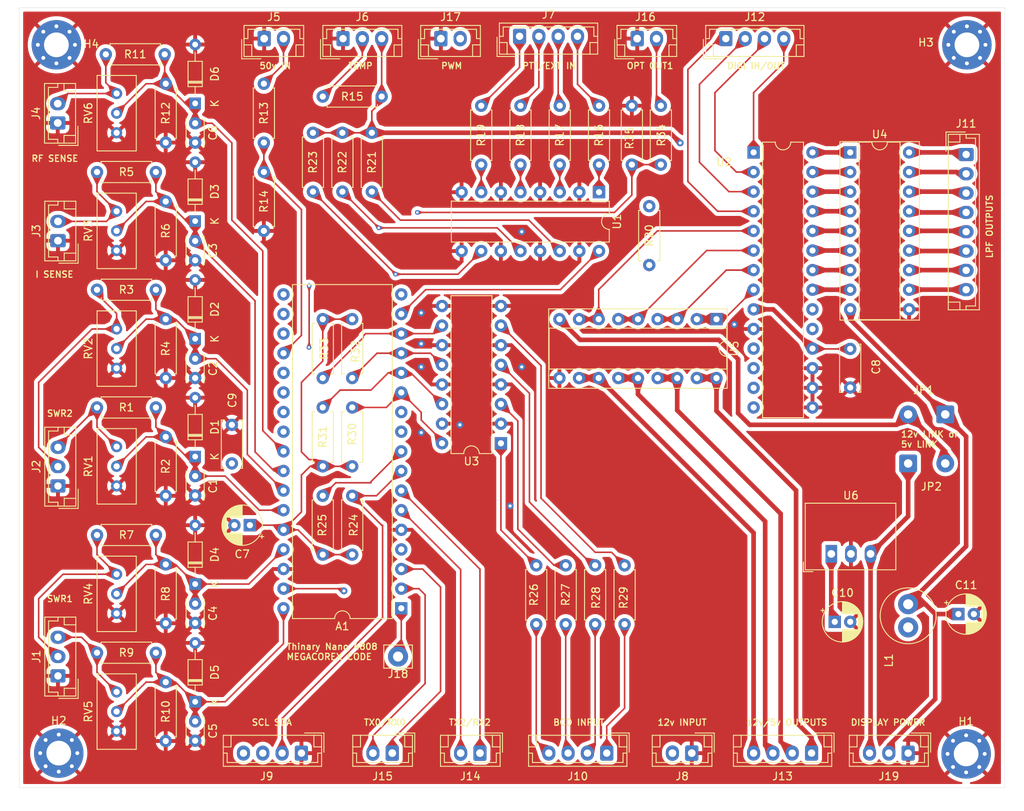
<source format=kicad_pcb>
(kicad_pcb (version 20240108) (generator "pcbnew") (generator_version "8.0")
  (layers (0 "F.Cu" signal "Front") (1 "In1.Cu" signal) (2 "In2.Cu" signal) (31 "B.Cu" signal "Back") (34 "B.Paste" user) (35 "F.Paste" user) (36 "B.SilkS" user "B.Silkscreen") (37 "F.SilkS" user "F.Silkscreen") (38 "B.Mask" user) (39 "F.Mask" user) (44 "Edge.Cuts" user))
  (net 0 "")
  (net 1 "Net-(A1-RXD0)")
  (net 2 "Net-(A1-UDPI)")
  (net 3 "/A11")
  (net 4 "+5V")
  (net 5 "/A24")
  (net 6 "/A5")
  (net 7 "/SDA")
  (net 9 "/D15")
  (net 10 "/A6")
  (net 11 "/A26")
  (net 12 "/A7")
  (net 13 "Net-(A1-TXD0)")
  (net 15 "/D23")
  (net 16 "/D12")
  (net 17 "/D9")
  (net 18 "/A2")
  (net 19 "VCC")
  (net 20 "/D10")
  (net 21 "/A4")
  (net 22 "/D8")
  (net 23 "/D13")
  (net 24 "Net-(A1-TXD2)")
  (net 25 "/D11")
  (net 26 "GND")
  (net 28 "/D14")
  (net 29 "/SCL")
  (net 30 "/D6")
  (net 31 "Net-(A1-RXD2)")
  (net 32 "/PWM")
  (net 33 "/D7")
  (net 34 "VD")
  (net 35 "/REV1")
  (net 36 "/FWD1")
  (net 37 "/FWD2")
  (net 38 "/REV2")
  (net 39 "/currrent")
  (net 40 "/RF_LEVEL")
  (net 41 "/50V_IN")
  (net 42 "Net-(J7-Pin_1)")
  (net 43 "Net-(J7-Pin_3)")
  (net 44 "Net-(J7-Pin_2)")
  (net 45 "Net-(J7-Pin_4)")
  (net 46 "Net-(J10-Pin_2)")
  (net 47 "Net-(J10-Pin_4)")
  (net 48 "Net-(J10-Pin_1)")
  (net 49 "Net-(J10-Pin_3)")
  (net 50 "Net-(J11-Pin_4)")
  (net 51 "Net-(J11-Pin_2)")
  (net 52 "Net-(J11-Pin_6)")
  (net 53 "Net-(J11-Pin_5)")
  (net 54 "Net-(J11-Pin_7)")
  (net 55 "Net-(J11-Pin_1)")
  (net 56 "Net-(J11-Pin_3)")
  (net 57 "Net-(J11-Pin_8)")
  (net 58 "Net-(J12-Pin_1)")
  (net 59 "Net-(J12-Pin_3)")
  (net 60 "Net-(J12-Pin_4)")
  (net 61 "Net-(J12-Pin_2)")
  (net 62 "Net-(J13-Pin_2)")
  (net 63 "Net-(J13-Pin_4)")
  (net 64 "Net-(J13-Pin_3)")
  (net 65 "Net-(J13-Pin_1)")
  (net 66 "Net-(J16-Pin_2)")
  (net 67 "+5F")
  (net 68 "VPP")
  (net 69 "Net-(R16-Pad2)")
  (net 70 "Net-(R17-Pad2)")
  (net 71 "Net-(R18-Pad2)")
  (net 72 "Net-(R19-Pad2)")
  (net 73 "Net-(R26-Pad2)")
  (net 74 "Net-(R27-Pad2)")
  (net 75 "Net-(R28-Pad2)")
  (net 76 "Net-(R29-Pad2)")
  (net 77 "Net-(U2-GPA5)")
  (net 78 "Net-(U2-GPB7)")
  (net 79 "Net-(U2-GPB5)")
  (net 80 "Net-(U2-GPA6)")
  (net 82 "Net-(U2-GPA3)")
  (net 84 "Net-(U2-GPA0)")
  (net 86 "Net-(U2-GPA2)")
  (net 87 "Net-(U2-GPA7)")
  (net 88 "Net-(U2-GPB6)")
  (net 89 "Net-(U2-GPA4)")
  (net 90 "Net-(U2-GPB4)")
  (net 91 "Net-(U2-GPA1)")
  (footprint "Package_DIP:DIP-18_W7.62mm_Socket" (layer "F.Cu") (at 162.7 83.82 -90)
    (property "Reference" "U5")
    (property "Value" "MIC2981/82YN")
  )
  (footprint "Potentiometer_THT:Potentiometer_Bourns_3296W_Vertical" (layer "F.Cu") (at 85.09 54.61 90)
    (property "Reference" "RV6")
    (property "Value" "R_Potentiometer")
  )
  (footprint "Diode_THT:D_DO-34_SOD68_P7.62mm_Horizontal" (layer "F.Cu") (at 95.25 55.885 90)
    (property "Reference" "D6")
    (property "Value" "D_Zener")
  )
  (footprint "Resistor_THT:R_Axial_DIN0207_L6.3mm_D2.5mm_P7.62mm_Horizontal" (layer "F.Cu") (at 147.5 56.19 -90)
    (property "Reference" "R16")
    (property "Value" "R")
  )
  (footprint "Connector_JST:JST_EH_B3B-EH-A_1x03_P2.50mm_Vertical" (layer "F.Cu") (at 114.38 47.5)
    (property "Reference" "J6")
    (property "Value" "Temp")
  )
  (footprint "Capacitor_THT:C_Disc_D3.4mm_W2.1mm_P2.50mm" (layer "F.Cu") (at 95.25 58.46 -90)
    (property "Reference" "C6")
    (property "Value" "1nf")
  )
  (footprint "Capacitor_THT:CP_Radial_D5.0mm_P2.00mm" (layer "F.Cu") (at 194 122)
    (property "Reference" "C11")
    (property "Value" "10uf")
  )
  (footprint "Resistor_THT:R_Axial_DIN0207_L6.3mm_D2.5mm_P7.62mm_Horizontal" (layer "F.Cu") (at 82.55 64.77)
    (property "Reference" "R5")
    (property "Value" "R")
  )
  (footprint "Capacitor_THT:C_Disc_D6.0mm_W2.5mm_P5.00mm" (layer "F.Cu") (at 100 102.5 90)
    (property "Reference" "C9")
    (property "Value" "100nf")
  )
  (footprint "Diode_THT:D_DO-34_SOD68_P7.62mm_Horizontal" (layer "F.Cu") (at 95.25 86.36 90)
    (property "Reference" "D2")
    (property "Value" "D_Zener")
  )
  (footprint "Connector_JST:JST_EH_B2B-EH-A_1x02_P2.50mm_Vertical" (layer "F.Cu") (at 77.47 58.42 90)
    (property "Reference" "J4")
    (property "Value" "RF In Level")
  )
  (footprint "Connector_JST:JST_EH_B2B-EH-A_1x02_P2.50mm_Vertical" (layer "F.Cu") (at 132.1 140 180)
    (property "Reference" "J14")
    (property "Value" "TX2/RX2")
  )
  (footprint "Resistor_THT:R_Axial_DIN0207_L6.3mm_D2.5mm_P7.62mm_Horizontal" (layer "F.Cu") (at 91.44 115.57 -90)
    (property "Reference" "R8")
    (property "Value" "R")
  )
  (footprint "Connector_JST:JST_EH_B3B-EH-A_1x03_P2.50mm_Vertical" (layer "F.Cu") (at 77.5 105.41 90)
    (property "Reference" "J2")
    (property "Value" "SWR2")
  )
  (footprint "Capacitor_THT:C_Disc_D3.4mm_W2.1mm_P2.50mm" (layer "F.Cu") (at 95.25 73.7 -90)
    (property "Reference" "C3")
    (property "Value" "1nf")
  )
  (footprint "Connector_JST:JST_EH_B2B-EH-A_1x02_P2.50mm_Vertical" (layer "F.Cu") (at 127.04 47.5)
    (property "Reference" "J17")
    (property "Value" "Conn_01x02_Pin")
  )
  (footprint "MountingHole:MountingHole_3.2mm_M3_Pad_Via" (layer "F.Cu") (at 195 140.1)
    (property "Reference" "H1")
    (property "Value" "MountingHole_Pad")
  )
  (footprint "Diode_THT:D_DO-34_SOD68_P7.62mm_Horizontal" (layer "F.Cu") (at 95.25 101.605 90)
    (property "Reference" "D1")
    (property "Value" "D_Zener")
  )
  (footprint "Connector_JST:JST_EH_B4B-EH-A_1x04_P2.50mm_Vertical" (layer "F.Cu") (at 137.22 47.2)
    (property "Reference" "J7")
    (property "Value" "Ext. In")
  )
  (footprint "Converter_DCDC:Converter_DCDC_RECOM_R-78E-0.5_THT" (layer "F.Cu") (at 177.553 114.2075)
    (property "Reference" "U6")
    (property "Value" "R-78E5.0-1.0")
  )
  (footprint "Resistor_THT:R_Axial_DIN0207_L6.3mm_D2.5mm_P7.62mm_Horizontal" (layer "F.Cu") (at 115.57 95.25 -90)
    (property "Reference" "R30")
    (property "Value" "R")
  )
  (footprint "Package_DIP:DIP-18_W7.62mm_Socket" (layer "F.Cu") (at 180 62.23)
    (property "Reference" "U4")
    (property "Value" "MIC2981/82YN")
  )
  (footprint "Resistor_THT:R_Axial_DIN0207_L6.3mm_D2.5mm_P7.62mm_Horizontal" (layer "F.Cu") (at 132.26 56.19 -90)
    (property "Reference" "R19" (hide yes))
    (property "Value" "R")
  )
  (footprint "Diode_THT:D_DO-34_SOD68_P7.62mm_Horizontal" (layer "F.Cu") (at 95.25 71.12 90)
    (property "Reference" "D3")
    (property "Value" "D_Zener")
  )
  (footprint "Connector_JST:JST_EH_B3B-EH-A_1x03_P2.50mm_Vertical" (layer "F.Cu") (at 187.5 140 180)
    (property "Reference" "J19")
    (property "Value" "DISPLAY POWER")
  )
  (footprint "Resistor_THT:R_Axial_DIN0207_L6.3mm_D2.5mm_P7.62mm_Horizontal" (layer "F.Cu") (at 154 76.81 90)
    (property "Reference" "R20")
    (property "Value" "R")
  )
  (footprint "Connector_JST:JST_EH_B4B-EH-A_1x04_P2.50mm_Vertical" (layer "F.Cu") (at 175 140 180)
    (property "Reference" "J13")
    (property "Value" "12v/5v Outputs")
  )
  (footprint "Connector_JST:JST_EH_B4B-EH-A_1x04_P2.50mm_Vertical" (layer "F.Cu") (at 109 140 180)
    (property "Reference" "J9")
    (property "Value" "I2c Output")
  )
  (footprint "Connector_Pin:Pin_D1.3mm_L10.0mm_W3.5mm_Flat" (layer "F.Cu") (at 121.5 127.5)
    (property "Reference" "J18")
    (property "Value" "UPDI")
  )
  (footprint "Resistor_THT:R_Axial_DIN0207_L6.3mm_D2.5mm_P7.62mm_Horizontal" (layer "F.Cu") (at 111.76 95.25 -90)
    (property "Reference" "R31")
    (property "Value" "R")
  )
  (footprint "Resistor_THT:R_Axial_DIN0207_L6.3mm_D2.5mm_P7.62mm_Horizontal" (layer "F.Cu") (at 104.14 64.77 -90)
    (property "Reference" "R14")
    (property "Value" "R")
  )
  (footprint "Resistor_THT:R_Axial_DIN0207_L6.3mm_D2.5mm_P7.62mm_Horizontal" (layer "F.Cu") (at 83.69 49.53)
    (property "Reference" "R11")
    (property "Value" "R")
  )
  (footprint "Resistor_THT:R_Axial_DIN0207_L6.3mm_D2.5mm_P7.62mm_Horizontal" (layer "F.Cu") (at 118.11 67.31 90)
    (property "Reference" "R21")
    (property "Value" "R")
  )
  (footprint "Resistor_THT:R_Axial_DIN0207_L6.3mm_D2.5mm_P7.62mm_Horizontal" (layer "F.Cu") (at 91.44 130.81 -90)
    (property "Reference" "R10")
    (property "Value" "R")
  )
  (footprint "Resistor_THT:R_Axial_DIN0207_L6.3mm_D2.5mm_P7.62mm_Horizontal" (layer "F.Cu") (at 147 123.31 90)
    (property "Reference" "R28")
    (property "Value" "R")
  )
  (footprint "Connector_JST:JST_EH_B2B-EH-A_1x02_P2.50mm_Vertical" (layer "F.Cu") (at 152.44 47.5)
    (property "Reference" "J16")
    (property "Value" "50v In.")
  )
  (footprint "Resistor_THT:R_Axial_DIN0207_L6.3mm_D2.5mm_P7.62mm_Horizontal" (layer "F.Cu") (at 111.76 55)
    (property "Reference" "R15")
    (property "Value" "R")
  )
  (footprint "Connector_JST:JST_EH_B2B-EH-A_1x02_P2.50mm_Vertical" (layer "F.Cu") (at 159.5 140 180)
    (property "Reference" "J8")
    (property "Value" "12v Input")
  )
  (footprint "Diode_THT:D_DO-34_SOD68_P7.62mm_Horizontal" (layer "F.Cu") (at 95.25 118.115 90)
    (property "Reference" "D4")
    (property "Value" "D_Zener")
  )
  (footprint "Capacitor_THT:C_Disc_D3.4mm_W2.1mm_P2.50mm" (layer "F.Cu") (at 95.25 120.65 -90)
    (property "Reference" "C4")
    (property "Value" "1nf")
  )
  (footprint "Potentiometer_THT:Potentiometer_Bourns_3296W_Vertical" (layer "F.Cu") (at 85.09 69.85 90)
    (property "Reference" "RV3")
    (property "Value" "R_Potentiometer")
  )
  (footprint "Connector_JST:JST_EH_B8B-EH-A_1x08_P2.50mm_Vertical" (layer "F.Cu") (at 195 62.5 -90)
    (property "Reference" "J11")
    (property "Value" "LPF")
  )
  (footprint "Package_DIP:DIP-16_W7.62mm" (layer "F.Cu") (at 147.5 67.38 -90)
    (property "Reference" "U1")
    (property "Value" "LTV-847")
  )
  (footprint "Resistor_THT:R_Axial_DIN0207_L6.3mm_D2.5mm_P7.62mm_Horizontal" (layer "F.Cu") (at 104.14 53.34 -90)
    (property "Reference" "R13")
    (property "Value" "R")
  )
  (footprint "Resistor_THT:R_Axial_DIN0207_L6.3mm_D2.5mm_P7.62mm_Horizontal" (layer "F.Cu") (at 91.44 83.82 -90)
    (property "Reference" "R4")
    (property "Value" "R")
  )
  (footprint "Resistor_THT:R_Axial_DIN0207_L6.3mm_D2.5mm_P7.62mm_Horizontal" (layer "F.Cu") (at 139.38 123.31 90)
    (property "Reference" "R26")
    (property "Value" "R")
  )
  (footprint "Potentiometer_THT:Potentiometer_Bourns_3296W_Vertical" (layer "F.Cu") (at 85.09 85.09 90)
    (property "Reference" "RV2")
    (property "Value" "R_Potentiometer")
  )
  (footprint "Capacitor_THT:C_Disc_D3.4mm_W2.1mm_P2.50mm" (layer "F.Cu") (at 95.25 135.89 -90)
    (property "Reference" "C5")
    (property "Value" "1nf")
  )
  (footprint "Connector_JST:JST_EH_B2B-EH-A_1x02_P2.50mm_Vertical" (layer "F.Cu") (at 120.75 140 180)
    (property "Reference" "J15")
    (property "Value" "TX0/RX0")
  )
  (footprint "MountingHole:MountingHole_3.2mm_M3_Pad_Via" (layer "F.Cu") (at 77.6 140)
    (property "Reference" "H2")
    (property "Value" "MountingHole_Pad")
  )
  (footprint "Resistor_THT:R_Axial_DIN0207_L6.3mm_D2.5mm_P7.62mm_Horizontal" (layer "F.Cu") (at 82.55 80.01)
    (property "Reference" "R3")
    (property "Value" "R")
  )
  (footprint "Connector_JST:JST_EH_B4B-EH-A_1x04_P2.50mm_Vertical" (layer "F.Cu") (at 163.91 47.5)
    (property "Reference" "J12")
    (property "Value" "Digi In/Out")
  )
  (footprint "Capacitor_THT:C_Disc_D3.4mm_W2.1mm_P2.50mm" (layer "F.Cu") (at 95.25 104.14 -90)
    (property "Reference" "C1")
    (property "Value" "1nf")
  )
  (footprint "Connector_JST:JST_EH_B2B-EH-A_1x02_P2.50mm_Vertical" (layer "F.Cu") (at 104.18 47.5)
    (property "Reference" "J5")
    (property "Value" "50v In.")
  )
  (footprint "MountingHole:MountingHole_3.2mm_M3_Pad_Via" (layer "F.Cu") (at 195.1 48.302944)
    (property "Reference" "H3")
    (property "Value" "MountingHole_Pad")
  )
  (footprint "Resistor_THT:R_Axial_DIN0207_L6.3mm_D2.5mm_P7.62mm_Horizontal" (layer "F.Cu") (at 114.3 67.31 90)
    (property "Reference" "R22")
    (property "Value" "R")
  )
  (footprint "Resistor_THT:R_Axial_DIN0207_L6.3mm_D2.5mm_P7.62mm_Horizontal" (layer "F.Cu") (at 91.44 99.06 -90)
    (property "Reference" "R2")
    (property "Value" "R")
  )
  (footprint "Resistor_THT:R_Axial_DIN0207_L6.3mm_D2.5mm_P7.62mm_Horizontal" (layer "F.Cu") (at 155.5 56.19 -90)
    (property "Reference" "R34")
    (property "Value" "R")
  )
  (footprint "Resistor_THT:R_Axial_DIN0207_L6.3mm_D2.5mm_P7.62mm_Horizontal" (layer "F.Cu") (at 111.76 91.44 90)
    (property "Reference" "R33")
    (property "Value" "R")
  )
  (footprint "Resistor_THT:R_Axial_DIN0207_L6.3mm_D2.5mm_P7.62mm_Horizontal" (layer "F.Cu") (at 91.44 68.58 -90)
    (property "Reference" "R6")
    (property "Value" "R")
  )
  (footprint "Resistor_THT:R_Axial_DIN0207_L6.3mm_D2.5mm_P7.62mm_Horizontal" (layer "F.Cu") (at 137.34 56.19 -90)
    (property "Reference" "R18")
    (property "Value" "R")
  )
  (footprint "Potentiometer_THT:Potentiometer_Bourns_3296W_Vertical" (layer "F.Cu") (at 85.09 116.84 90)
    (property "Reference" "RV4")
    (property "Value" "R_Potentiometer")
  )
  (footprint "Resistor_THT:R_Axial_DIN0207_L6.3mm_D2.5mm_P7.62mm_Horizontal" (layer "F.Cu") (at 110.49 67.31 90)
    (property "Reference" "R23")
    (property "Value" "R")
  )
  (footprint "Resistor_THT:R_Axial_DIN0207_L6.3mm_D2.5mm_P7.62mm_Horizontal" (layer "F.Cu") (at 82.55 95.25)
    (property "Reference" "R1")
    (property "Value" "R")
  )
  (footprint "Resistor_THT:R_Axial_DIN0207_L6.3mm_D2.5mm_P7.62mm_Horizontal" (layer "F.Cu") (at 91.44 53.34 -90)
    (property "Reference" "R12")
    (property "Value" "R")
  )
  (footprint "Connector_JST:JST_EH_B3B-EH-A_1x03_P2.50mm_Vertical" (layer "F.Cu") (at 77.5 130 90)
    (property "Reference" "J1")
    (property "Value" "SWR1")
  )
  (footprint "Diode_THT:D_DO-34_SOD68_P7.62mm_Horizontal" (layer "F.Cu") (at 95.25 133.35 90)
    (property "Reference" "D5")
    (property "Value" "D_Zener")
  )
  (footprint "Resistor_THT:R_Axial_DIN0207_L6.3mm_D2.5mm_P7.62mm_Horizontal" (layer "F.Cu") (at 143.19 123.31 90)
    (property "Reference" "R27")
    (property "Value" "R")
  )
  (footprint "Resistor_THT:R_Axial_DIN0207_L6.3mm_D2.5mm_P7.62mm_Horizontal" (layer "F.Cu") (at 82.55 127)
    (property "Reference" "R9")
    (property "Value" "R")
  )
  (footprint "Package_DIP:DIP-16_W7.62mm" (layer "F.Cu") (at 134.81 99.89 180)
    (property "Reference" "U3")
    (property "Value" "LTV-847")
  )
  (footprint "Resistor_THT:R_Axial_DIN0207_L6.3mm_D2.5mm_P7.62mm_Horizontal" (layer "F.Cu") (at 150.81 123.31 90)
    (property "Reference" "R29")
    (property "Value" "R")
  )
  (footprint "Package_DIP:DIP-34_W15.24mm" (layer "F.Cu") (at 121.92 121.25 180)
    (property "Reference" "A1")
    (property "Value" "Arduino_Nano_Every-4808")
  )
  (footprint "Resistor_THT:R_Axial_DIN0207_L6.3mm_D2.5mm_P7.62mm_Horizontal" (layer "F.Cu") (at 115.57 114.3 90)
    (property "Reference" "R24")
    (property "Value" "R")
  )
  (footprint "Resistor_THT:R_Axial_DIN0207_L6.3mm_D2.5mm_P7.62mm_Horizontal" (layer "F.Cu") (at 82.55 111.76)
    (property "Reference" "R7")
    (property "Value" "R")
  )
  (footprint "Connector_JST:JST_EH_B2B-EH-A_1x02_P2.50mm_Vertical" (layer "F.Cu") (at 77.5 73.66 90)
    (property "Reference" "J3")
    (property "Value" "I detect")
  )
  (footprint "Connector_JST:JST_EH_B4B-EH-A_1x04_P2.50mm_Vertical" (layer "F.Cu") (at 148.5 140 180)
    (property "Reference" "J10")
    (property "Value" "BCD Input")
  )
  (footprint "Resistor_THT:R_Axial_DIN0207_L6.3mm_D2.5mm_P7.62mm_Horizontal" (layer "F.Cu") (at 151.75 63.81 90)
    (property "Reference" "R35")
    (property "Value" "R")
  )
  (footprint "Resistor_THT:R_Axial_DIN0207_L6.3mm_D2.5mm_P7.62mm_Horizontal" (layer "F.Cu") (at 115.57 91.44 90)
    (property "Reference" "R32")
    (property "Value" "R")
  )
  (footprint "Capacitor_THT:C_Disc_D6.0mm_W2.5mm_P5.00mm" (layer "F.Cu") (at 180 92.67 90)
    (property "Reference" "C8")
    (property "Value" "100nf")
  )
  (footprint "Connector_Wire:SolderWire-0.5sqmm_1x02_P4.8mm_D0.9mm_OD2.3mm" (layer "F.Cu") (at 187.5 102.5)
    (property "Reference" "JP2")
    (property "Value" "Jumper_2_Open")
  )
  (footprint "Connector_Wire:SolderWire-0.5sqmm_1x02_P4.8mm_D0.9mm_OD2.3mm" (layer "F.Cu") (at 192.3 96.15 180)
    (property "Reference" "JP1")
    (property "Value" "Jumper_2_Open")
  )
  (footprint "Capacitor_THT:CP_Radial_D5.0mm_P2.00mm" (layer "F.Cu") (at 178 123)
    (property "Reference" "C10")
    (property "Value" "2.2uf")
  )
  (footprint "Capacitor_THT:C_Disc_D3.4mm_W2.1mm_P2.50mm" (layer "F.Cu") (at 95.25 88.94 -90)
    (property "Reference" "C2")
    (property "Value" "1nf")
  )
  (footprint "Capacitor_THT:CP_Radial_D5.0mm_P2.00mm" (layer "F.Cu") (at 102.33 110.49 180)
    (property "Reference" "C7")
    (property "Value" "10uf")
  )
  (footprint "Inductor_THT:L_Radial_D7.0mm_P3.00mm" (layer "F.Cu") (at 187.5 123.7225 90)
    (property "Reference" "L1")
    (property "Value" "L")
  )
  (footprint "Potentiometer_THT:Potentiometer_Bourns_3296W_Vertical" (layer "F.Cu") (at 85.09 100.33 90)
    (property "Reference" "RV1")
    (property "Value" "R_Potentiometer")
  )
  (footprint "Resistor_THT:R_Axial_DIN0207_L6.3mm_D2.5mm_P7.62mm_Horizontal" (layer "F.Cu") (at 142.42 56.19 -90)
    (property "Reference" "R17")
    (property "Value" "R")
  )
  (footprint "Resistor_THT:R_Axial_DIN0207_L6.3mm_D2.5mm_P7.62mm_Horizontal" (layer "F.Cu") (at 111.76 114.3 90)
    (property "Reference" "R25")
    (property "Value" "R")
  )
  (footprint "MountingHole:MountingHole_3.2mm_M3_Pad_Via" (layer "F.Cu") (at 77.297056 48.302944)
    (property "Reference" "H4")
    (property "Value" "MountingHole_Pad")
  )
  (footprint "Potentiometer_THT:Potentiometer_Bourns_3296W_Vertical" (layer "F.Cu") (at 85.09 132.08 90)
    (property "Reference" "RV5")
    (property "Value" "R_Potentiometer")
  )
  (footprint "Package_DIP:DIP-28_W7.62mm" (layer "F.Cu") (at 167.5 62.23)
    (property "Reference" "U2")
    (property "Value" "MCP23017_SP")
  )
  (gr_line (start 72.5 43.5) (end 72.5 144.5) (stroke (width 0.0381)) (layer "Edge.Cuts"))
  (gr_line (start 200 144.5) (end 200 43.5) (stroke (width 0.0381)) (layer "Edge.Cuts"))
  (gr_line (start 200 43.5) (end 72.5 43.5) (stroke (width 0.0381)) (layer "Edge.Cuts"))
  (gr_line (start 72.5 144.5) (end 200 144.5) (stroke (width 0.0381)) (layer "Edge.Cuts"))
  (gr_text "R19" (at 132.26 60 90) (layer "F.SilkS") (effects (font (size 1 1))))
  (gr_text "PWM" (at 127 51.5 0) (layer "F.SilkS") (effects (font (size 0.8128 0.8128) (thickness 0.1524) (bold yes)) (justify left bottom)))
  (gr_text "DISPLAY POWER" (at 180 136.5 0) (layer "F.SilkS") (effects (font (size 0.8128 0.8128) (thickness 0.1524) (bold yes)) (justify left bottom)))
  (gr_text "DIGI IN/OUT" (at 164 51.5 0) (layer "F.SilkS") (effects (font (size 0.8128 0.8128) (thickness 0.1524) (bold yes)) (justify left bottom)))
  (gr_text "BCD INPUT" (at 141.5 136.5 0) (layer "F.SilkS") (effects (font (size 0.8128 0.8128) (thickness 0.1524) (bold yes)) (justify left bottom)))
  (gr_text "SWR1" (at 76 120.5 0) (layer "F.SilkS") (effects (font (size 0.8128 0.8128) (thickness 0.1524) (bold yes)) (justify left bottom)))
  (gr_text "OPT OUT1" (at 151 51.5 0) (layer "F.SilkS") (effects (font (size 0.8128 0.8128) (thickness 0.1524) (bold yes)) (justify left bottom)))
  (gr_text "TX0/RX0" (at 117 136.5 0) (layer "F.SilkS") (effects (font (size 0.8128 0.8128) (thickness 0.1524) (bold yes)) (justify left bottom)))
  (gr_text "12v/5v OUTPUTS" (at 166.5 136.5 0) (layer "F.SilkS") (effects (font (size 0.8128 0.8128) (thickness 0.1524) (bold yes)) (justify left bottom)))
  (gr_text "TEMP" (at 115 51.5 0) (layer "F.SilkS") (effects (font (size 0.8128 0.8128) (thickness 0.1524) (bold yes)) (justify left bottom)))
  (gr_text "LPF OUTPUTS" (at 198.5 76 90) (layer "F.SilkS") (effects (font (size 0.8128 0.8128) (thickness 0.1524) (bold yes)) (justify left bottom)))
  (gr_text "PTT/EXT IN" (at 137.5 51.5 0) (layer "F.SilkS") (effects (font (size 0.8128 0.8128) (thickness 0.1524) (bold yes)) (justify left bottom)))
  (gr_text "SCL SDA" (at 102.5 136.5 0) (layer "F.SilkS") (effects (font (size 0.8128 0.8128) (thickness 0.1524) (bold yes)) (justify left bottom)))
  (gr_text "TX2/RX2" (at 128 136.5 0) (layer "F.SilkS") (effects (font (size 0.8128 0.8128) (thickness 0.1524) (bold yes)) (justify left bottom)))
  (gr_text "Thinary Nano 4808\nMEGACOREX CODE" (at 107 128 0) (layer "F.SilkS") (effects (font (size 0.8128 0.8128) (thickness 0.1524) (bold yes)) (justify left bottom)))
  (gr_text "12v LINK or\n5v LINK" (at 186.5 100.5 0) (layer "F.SilkS") (effects (font (size 0.8128 0.8128) (thickness 0.1524) (bold yes)) (justify left bottom)))
  (gr_text "RF SENSE" (at 74 63.5 0) (layer "F.SilkS") (effects (font (size 0.8128 0.8128) (thickness 0.1524) (bold yes)) (justify left bottom)))
  (gr_text "I SENSE" (at 74.5 78.5 0) (layer "F.SilkS") (effects (font (size 0.8128 0.8128) (thickness 0.1524) (bold yes)) (justify left bottom)))
  (gr_text "SWR2" (at 76 96.5 0) (layer "F.SilkS") (effects (font (size 0.8128 0.8128) (thickness 0.1524) (bold yes)) (justify left bottom)))
  (gr_text "50v IN" (at 103.5 51.5 0) (layer "F.SilkS") (effects (font (size 0.8128 0.8128) (thickness 0.1524) (bold yes)) (justify left bottom)))
  (gr_text "12v INPUT" (at 155 136.5 0) (layer "F.SilkS") (effects (font (size 0.8128 0.8128) (thickness 0.1524) (bold yes)) (justify left bottom)))
  (segment (start 121.92 116.17) (end 124.67 116.17) (width 0.2) (layer "F.Cu") (net 1))
  (segment (start 124.67 116.17) (end 127 118.5) (width 0.2) (layer "F.Cu") (net 1))
  (segment (start 127 132) (end 120.75 138.25) (width 0.2) (layer "F.Cu") (net 1))
  (segment (start 120.75 138.25) (end 120.75 140) (width 0.2) (layer "F.Cu") (net 1))
  (segment (start 127 118.5) (end 127 132) (width 0.2) (layer "F.Cu") (net 1))
  (segment (start 121.92 127.08) (end 121.5 127.5) (width 0.2) (layer "F.Cu") (net 2))
  (segment (start 121.92 121.25) (end 121.92 127.08) (width 0.2) (layer "F.Cu") (net 2))
  (segment (start 109 85.91) (end 106.68 88.23) (width 0.2) (layer "F.Cu") (net 3))
  (segment (start 109 69.63) (end 109 85.91) (width 0.2) (layer "F.Cu") (net 3))
  (segment (start 104.14 64.77) (end 109 69.63) (width 0.2) (layer "F.Cu") (net 3))
  (segment (start 104.14 60.96) (end 104.14 64.77) (width 0.2) (layer "F.Cu") (net 3))
  (segment (start 106.68 111.09) (end 109 108.77) (width 0.2) (layer "F.Cu") (net 4))
  (segment (start 110.13 102.87) (end 111.76 102.87) (width 0.2) (layer "F.Cu") (net 4))
  (segment (start 180 87.67) (end 175.16 87.67) (width 0.2) (layer "F.Cu") (net 4))
  (segment (start 109 104) (end 110.13 102.87) (width 0.2) (layer "F.Cu") (net 4))
  (segment (start 111.76 83.82) (end 111.76 89.24) (width 0.2) (layer "F.Cu") (net 4))
  (segment (start 119.38 55) (end 119.38 55.62) (width 0.2) (layer "F.Cu") (net 4))
  (segment (start 156.69 59.69) (end 158 61) (width 0.6) (layer "F.Cu") (net 4))
  (segment (start 118.11 59.69) (end 156.69 59.69) (width 0.6) (layer "F.Cu") (net 4))
  (segment (start 115.57 83.82) (end 111.76 83.82) (width 0.2) (layer "F.Cu") (net 4))
  (segment (start 110.49 59.69) (end 114.3 59.69) (width 0.2) (layer "F.Cu") (net 4))
  (segment (start 111.76 89.24) (end 109 92) (width 0.2) (layer "F.Cu") (net 4))
  (segment (start 109 108.77) (end 109 104) (width 0.2) (layer "F.Cu") (net 4))
  (segment (start 106.08 110.49) (end 106.68 111.09) (width 0.2) (layer "F.Cu") (net 4))
  (segment (start 118.11 56.89) (end 118.11 59.69) (width 0.2) (layer "F.Cu") (net 4))
  (segment (start 110 102) (end 110.89 102) (width 0.2) (layer "F.Cu") (net 4))
  (segment (start 106.68 111.09) (end 108.55 111.09) (width 0.2) (layer "F.Cu") (net 4))
  (segment (start 119.38 55.62) (end 118.11 56.89) (width 0.2) (layer "F.Cu") (net 4))
  (segment (start 167.5 82.55) (end 170.04 82.55) (width 0.6) (layer "F.Cu") (net 4))
  (segment (start 111.76 114.3) (end 115.57 114.3) (width 0.2) (layer "F.Cu") (net 4))
  (segment (start 109 101) (end 110 102) (width 0.2) (layer "F.Cu") (net 4))
  (segment (start 110.89 102) (end 111.76 102.87) (width 0.2) (layer "F.Cu") (net 4))
  (segment (start 114.3 59.69) (end 118.11 59.69) (width 0.2) (layer "F.Cu") (net 4))
  (segment (start 119.38 47.5) (end 119.38 55) (width 0.2) (layer "F.Cu") (net 4))
  (segment (start 170.04 82.55) (end 175.12 87.63) (width 0.6) (layer "F.Cu") (net 4))
  (segment (start 108.55 111.09) (end 111.76 114.3) (width 0.2) (layer "F.Cu") (net 4))
  (segment (start 109 92) (end 109 101) (width 0.2) (layer "F.Cu") (net 4))
  (segment (start 111.76 102.87) (end 115.57 102.87) (width 0.2) (layer "F.Cu") (net 4))
  (segment (start 102.33 110.49) (end 106.08 110.49) (width 0.2) (layer "F.Cu") (net 4))
  (segment (start 175.16 87.67) (end 175.12 87.63) (width 0.2) (layer "F.Cu") (net 4))
  (via (at 158 61) (size 0.9) (drill 0.4) (layers "F.Cu" "B.Cu") (net 4))
  (segment (start 99.15 133.35) (end 95.25 133.35) (width 0.2) (layer "F.Cu") (net 5))
  (segment (start 92.71 130.81) (end 95.25 133.35) (width 0.2) (layer "F.Cu") (net 5))
  (segment (start 90.17 127) (end 90.17 129.54) (width 0.2) (layer "F.Cu") (net 5))
  (segment (start 106.68 121.25) (end 106.68 125.82) (width 0.2) (layer "F.Cu") (net 5))
  (segment (start 91.44 130.81) (end 88.9 130.81) (width 0.2) (layer "F.Cu") (net 5))
  (segment (start 106.68 125.82) (end 99.15 133.35) (width 0.2) (layer "F.Cu") (net 5))
  (segment (start 91.44 130.81) (end 92.71 130.81) (width 0.2) (layer "F.Cu") (net 5))
  (segment (start 88.9 130.81) (end 85.09 134.62) (width 0.2) (layer "F.Cu") (net 5))
  (segment (start 90.17 129.54) (end 91.44 130.81) (width 0.2) (layer "F.Cu") (net 5))
  (segment (start 95.25 135.89) (end 95.25 133.35) (width 0.2) (layer "F.Cu") (net 5))
  (segment (start 88.9 68.58) (end 85.09 72.39) (width 0.2) (layer "F.Cu") (net 6))
  (segment (start 94.12 71.12) (end 95.25 71.12) (width 0.2) (layer "F.Cu") (net 6))
  (segment (start 91.58 68.58) (end 94.12 71.12) (width 0.2) (layer "F.Cu") (net 6))
  (segment (start 103 101) (end 105.47 103.47) (width 0.2) (layer "F.Cu") (net 6))
  (segment (start 103 81.45) (end 103 101) (width 0.2) (layer "F.Cu") (net 6))
  (segment (start 91.44 68.58) (end 88.9 68.58) (width 0.2) (layer "F.Cu") (net 6))
  (segment (start 95.25 73.7) (end 95.25 71.12) (width 0.2) (layer "F.Cu") (net 6))
  (segment (start 90.17 64.77) (end 90.17 67.31) (width 0.2) (layer "F.Cu") (net 6))
  (segment (start 91.44 68.58) (end 91.58 68.58) (width 0.2) (layer "F.Cu") (net 6))
  (segment (start 105.47 103.47) (end 106.68 103.47) (width 0.2) (layer "F.Cu") (net 6))
  (segment (start 90.17 67.31) (end 91.44 68.58) (width 0.2) (layer "F.Cu") (net 6))
  (segment (start 95.25 73.7) (end 103 81.45) (width 0.2) (layer "F.Cu") (net 6))
  (segment (start 119.39 110.5) (end 119.5 110.5) (width 0.2) (layer "F.Cu") (net 7))
  (segment (start 119.5 110.5) (end 119.5 122.5) (width 0.2) (layer "F.Cu") (net 7))
  (segment (start 115.57 106.68) (end 118.71 106.68) (width 0.2) (layer "F.Cu") (net 7))
  (segment (start 106.5 135.5) (end 106.5 140) (width 0.2) (layer "F.Cu") (net 7))
  (segment (start 118.71 106.68) (end 121.92 103.47) (width 0.2) (layer "F.Cu") (net 7))
  (segment (start 115.57 106.68) (end 119.39 110.5) (width 0.2) (layer "F.Cu") (net 7))
  (segment (start 119.5 122.5) (end 106.5 135.5) (width 0.2) (layer "F.Cu") (net 7))
  (segment (start 121.18 78) (end 129.26 78) (width 0.2) (layer "F.Cu") (net 9))
  (segment (start 110.49 67.31) (end 121.18 78) (width 0.2) (layer "F.Cu") (net 9))
  (segment (start 129.26 78) (end 132.26 75) (width 0.2) (layer "F.Cu") (net 9))
  (via (at 121.18 78) (size 0.6) (drill 0.3) (layers "F.Cu" "B.Cu") (net 9))
  (segment (start 91.44 83.82) (end 88.9 83.82) (width 0.2) (layer "F.Cu") (net 10))
  (segment (start 95.25 86.36) (end 95.25 88.94) (width 0.2) (layer "F.Cu") (net 10))
  (segment (start 90.17 82.55) (end 91.44 83.82) (width 0.2) (layer "F.Cu") (net 10))
  (segment (start 92.71 83.82) (end 95.25 86.36) (width 0.2) (layer "F.Cu") (net 10))
  (segment (start 102 101.33) (end 106.68 106.01) (width 0.2) (layer "F.Cu") (net 10))
  (segment (start 88.9 83.82) (end 85.09 87.63) (width 0.2) (layer "F.Cu") (net 10))
  (segment (start 97.94 88.94) (end 102 93) (width 0.2) (layer "F.Cu") (net 10))
  (segment (start 90.17 80.01) (end 90.17 82.55) (width 0.2) (layer "F.Cu") (net 10))
  (segment (start 91.44 83.82) (end 92.71 83.82) (width 0.2) (layer "F.Cu") (net 10))
  (segment (start 102 93) (end 102 101.33) (width 0.2) (layer "F.Cu") (net 10))
  (segment (start 95.25 88.94) (end 97.94 88.94) (width 0.2) (layer "F.Cu") (net 10))
  (segment (start 91.44 115.57) (end 88.9 115.57) (width 0.2) (layer "F.Cu") (net 11))
  (segment (start 88.9 115.57) (end 85.09 119.38) (width 0.2) (layer "F.Cu") (net 11))
  (segment (start 95.25 118.115) (end 95.25 120.65) (width 0.2) (layer "F.Cu") (net 11))
  (segment (start 95.25 118.115) (end 102.195 118.115) (width 0.2) (layer "F.Cu") (net 11))
  (segment (start 92.705 115.57) (end 95.25 118.115) (width 0.2) (layer "F.Cu") (net 11))
  (segment (start 91.44 115.57) (end 92.705 115.57) (width 0.2) (layer "F.Cu") (net 11))
  (segment (start 102.195 118.115) (end 106.68 113.63) (width 0.2) (layer "F.Cu") (net 11))
  (segment (start 90.17 114.3) (end 91.44 115.57) (width 0.2) (layer "F.Cu") (net 11))
  (segment (start 90.17 111.76) (end 90.17 114.3) (width 0.2) (layer "F.Cu") (net 11))
  (segment (start 99.14 104.14) (end 103.55 108.55) (width 0.2) (layer "F.Cu") (net 12))
  (segment (start 94.105 101.605) (end 95.25 101.605) (width 0.2) (layer "F.Cu") (net 12))
  (segment (start 90.17 97.79) (end 91.44 99.06) (width 0.2) (layer "F.Cu") (net 12))
  (segment (start 91.56 99.06) (end 94.105 101.605) (width 0.2) (layer "F.Cu") (net 12))
  (segment (start 95.25 104.14) (end 99.14 104.14) (width 0.2) (layer "F.Cu") (net 12))
  (segment (start 95.25 101.605) (end 95.25 104.14) (width 0.2) (layer "F.Cu") (net 12))
  (segment (start 90.17 95.25) (end 90.17 97.79) (width 0.2) (layer "F.Cu") (net 12))
  (segment (start 103.55 108.55) (end 106.68 108.55) (width 0.2) (layer "F.Cu") (net 12))
  (segment (start 91.44 99.06) (end 91.56 99.06) (width 0.2) (layer "F.Cu") (net 12))
  (segment (start 91.44 99.06) (end 88.9 99.06) (width 0.2) (layer "F.Cu") (net 12))
  (segment (start 88.9 99.06) (end 85.09 102.87) (width 0.2) (layer "F.Cu") (net 12))
  (segment (start 125 119.5) (end 124.21 118.71) (width 0.2) (layer "F.Cu") (net 13))
  (segment (start 124.21 118.71) (end 121.92 118.71) (width 0.2) (layer "F.Cu") (net 13))
  (segment (start 118.25 140) (end 118.25 137.75) (width 0.2) (layer "F.Cu") (net 13))
  (segment (start 125 131) (end 125 119.5) (width 0.2) (layer "F.Cu") (net 13))
  (segment (start 118.25 137.75) (end 125 131) (width 0.2) (layer "F.Cu") (net 13))
  (segment (start 121.8 71) (end 118.11 67.31) (width 0.2) (layer "F.Cu") (net 15))
  (segment (start 142.42 75) (end 138.42 71) (width 0.2) (layer "F.Cu") (net 15))
  (segment (start 138.42 71) (end 121.8 71) (width 0.2) (layer "F.Cu") (net 15))
  (segment (start 142.5 80) (end 147.5 75) (width 0.2) (layer "F.Cu") (net 16))
  (segment (start 125.07 80) (end 142.5 80) (width 0.2) (layer "F.Cu") (net 16))
  (segment (start 121.92 83.15) (end 125.07 80) (width 0.2) (layer "F.Cu") (net 16))
  (segment (start 120.23 90.77) (end 121.92 90.77) (width 0.2) (layer "F.Cu") (net 17))
  (segment (start 111.76 95.25) (end 114.01 93) (width 0.2) (layer "F.Cu") (net 17))
  (segment (start 121.92 90.77) (end 123.15 90.77) (width 0.2) (layer "F.Cu") (net 17))
  (segment (start 118 93) (end 120.23 90.77) (width 0.2) (layer "F.Cu") (net 17))
  (segment (start 123.15 90.77) (end 127.19 94.81) (width 0.2) (layer "F.Cu") (net 17))
  (segment (start 114.01 93) (end 118 93) (width 0.2) (layer "F.Cu") (net 17))
  (segment (start 116.88 49.88) (end 111.76 55) (width 0.2) (layer "F.Cu") (net 18))
  (segment (start 116.88 47.5) (end 116.88 49.88) (width 0.2) (layer "F.Cu") (net 18))
  (segment (start 106.68 118.71) (end 114.21 118.71) (width 0.2) (layer "F.Cu") (net 19))
  (segment (start 195 99) (end 192.3 96.3) (width 0.6) (layer "F.Cu") (net 19))
  (segment (start 187.5 120.7225) (end 188.61125 119.61125) (width 0.6) (layer "F.Cu") (net 19))
  (segment (start 188.61125 119.61125) (end 191.11125 117.11125) (width 0.6) (layer "F.Cu") (net 19))
  (segment (start 185 139) (end 185 140) (width 0.6) (layer "F.Cu") (net 19))
  (segment (start 191 122) (end 191 133) (width 0.6) (layer "F.Cu") (net 19))
  (segment (start 191 133) (end 185 139) (width 0.6) (layer "F.Cu") (net 19))
  (segment (start 180 82.55) (end 180 83.85) (width 0.6) (layer "F.Cu") (net 19))
  (segment (start 194 122) (end 191 122) (width 0.6) (layer "F.Cu") (net 19))
  (segment (start 191 122) (end 188.61125 119.61125) (width 0.6) (layer "F.Cu") (net 19))
  (segment (start 180 83.85) (end 192.3 96.15) (width 0.6) (layer "F.Cu") (net 19))
  (segment (start 187.5 120.7225) (end 189.7225 120.7225) (width 0.6) (layer "F.Cu") (net 19))
  (segment (start 192.3 96.3) (end 192.3 96.15) (width 0.6) (layer "F.Cu") (net 19))
  (segment (start 191.11125 117.11125) (end 195 113.2225) (width 0.6) (layer "F.Cu") (net 19))
  (segment (start 114.21 118.71) (end 114.5 119) (width 0.2) (layer "F.Cu") (net 19))
  (segment (start 189.7225 120.7225) (end 191 122) (width 0.6) (layer "F.Cu") (net 19))
  (segment (start 195 113.2225) (end 195 99) (width 0.6) (layer "F.Cu") (net 19))
  (via (at 114.5 119) (size 0.9) (drill 0.4) (layers "F.Cu" "B.Cu") (net 19))
  (segment (start 125.69 88.23) (end 127.19 89.73) (width 0.2) (layer "F.Cu") (net 20))
  (segment (start 121.92 88.23) (end 125.69 88.23) (width 0.2) (layer "F.Cu") (net 20))
  (segment (start 121.92 88.23) (end 118.78 88.23) (width 0.2) (layer "F.Cu") (net 20))
  (segment (start 118.78 88.23) (end 115.57 91.44) (width 0.2) (layer "F.Cu") (net 20))
  (segment (start 93.985 55.885) (end 91.44 53.34) (width 0.2) (layer "F.Cu") (net 21))
  (segment (start 91.44 53.34) (end 88.9 53.34) (width 0.2) (layer "F.Cu") (net 21))
  (segment (start 100 71) (end 100 61) (width 0.2) (layer "F.Cu") (net 21))
  (segment (start 106.68 100.93) (end 104 98.25) (width 0.2) (layer "F.Cu") (net 21))
  (segment (start 91.31 49.53) (end 91.31 53.21) (width 0.2) (layer "F.Cu") (net 21))
  (segment (start 104 75) (end 100 71) (width 0.2) (layer "F.Cu") (net 21))
  (segment (start 95.25 58.46) (end 95.25 55.885) (width 0.2) (layer "F.Cu") (net 21))
  (segment (start 95.25 55.885) (end 93.985 55.885) (width 0.2) (layer "F.Cu") (net 21))
  (segment (start 100 61) (end 97.46 58.46) (width 0.2) (layer "F.Cu") (net 21))
  (segment (start 88.9 53.34) (end 85.09 57.15) (width 0.2) (layer "F.Cu") (net 21))
  (segment (start 104 98.25) (end 104 75) (width 0.2) (layer "F.Cu") (net 21))
  (segment (start 91.31 53.21) (end 91.44 53.34) (width 0.2) (layer "F.Cu") (net 21))
  (segment (start 97.46 58.46) (end 95.25 58.46) (width 0.2) (layer "F.Cu") (net 21))
  (segment (start 119.98 95.25) (end 121.92 93.31) (width 0.2) (layer "F.Cu") (net 22))
  (segment (start 124.5 95.89) (end 124.5 96.874365) (width 0.2) (layer "F.Cu") (net 22))
  (segment (start 124.5 96.874365) (end 127.19 99.564365) (width 0.2) (layer "F.Cu") (net 22))
  (segment (start 127.19 99.564365) (end 127.19 99.89) (width 0.2) (layer "F.Cu") (net 22))
  (segment (start 121.92 93.31) (end 124.5 95.89) (width 0.2) (layer "F.Cu") (net 22))
  (segment (start 115.57 95.25) (end 119.98 95.25) (width 0.2) (layer "F.Cu") (net 22))
  (segment (start 126.59 99.89) (end 127.19 99.89) (width 0.2) (layer "F.Cu") (net 22))
  (segment (start 149.5 70) (end 151.75 67.75) (width 0.2) (layer "F.Cu") (net 23))
  (segment (start 124 70) (end 149.5 70) (width 0.2) (layer "F.Cu") (net 23))
  (segment (start 151.75 63.81) (end 155.5 63.81) (width 0.2) (layer "F.Cu") (net 23))
  (segment (start 151.75 67.75) (end 151.75 63.81) (width 0.2) (layer "F.Cu") (net 23))
  (via (at 124 70) (size 0.6) (drill 0.3) (layers "F.Cu" "B.Cu") (net 23))
  (segment (start 129.6 116.23) (end 129.6 140) (width 0.2) (layer "F.Cu") (net 24))
  (segment (start 121.92 108.55) (end 129.6 116.23) (width 0.2) (layer "F.Cu") (net 24))
  (segment (start 121.92 85.69) (end 126.15 85.69) (width 0.2) (layer "F.Cu") (net 25))
  (segment (start 126.15 85.69) (end 127.19 84.65) (width 0.2) (layer "F.Cu") (net 25))
  (segment (start 117 86) (end 117.31 85.69) (width 0.2) (layer "F.Cu") (net 25))
  (segment (start 117.31 85.69) (end 121.92 85.69) (width 0.2) (layer "F.Cu") (net 25))
  (segment (start 111.76 91.44) (end 117 86.2) (width 0.2) (layer "F.Cu") (net 25))
  (segment (start 117 86.2) (end 117 86) (width 0.2) (layer "F.Cu") (net 25))
  (via (at 124.5 87) (size 0.9) (drill 0.4) (layers "F.Cu" "B.Cu") (net 26))
  (via (at 137.5 90) (size 0.9) (drill 0.4) (layers "F.Cu" "B.Cu") (net 26))
  (via (at 124.5 83) (size 0.9) (drill 0.4) (layers "F.Cu" "B.Cu") (net 26))
  (via (at 124.5 90) (size 0.9) (drill 0.4) (layers "F.Cu" "B.Cu") (net 26))
  (via (at 124.5 98.5) (size 0.9) (drill 0.4) (layers "F.Cu" "B.Cu") (net 26))
  (via (at 129.5 97.5) (size 0.9) (drill 0.4) (layers "F.Cu" "B.Cu") (net 26))
  (via (at 137.5 72.5) (size 0.9) (drill 0.4) (layers "F.Cu" "B.Cu") (net 26))
  (via (at 136 108) (size 0.9) (drill 0.4) (layers "F.Cu" "B.Cu") (net 26))
  (via (at 165 84.5) (size 0.9) (drill 0.4) (layers "F.Cu" "B.Cu") (net 26))
  (segment (start 118 71) (end 117.99 71) (width 0.2) (layer "F.Cu") (net 28))
  (segment (start 110 79.5) (end 110 87.45) (width 0.2) (layer "F.Cu") (net 28))
  (segment (start 117.99 71) (end 114.3 67.31) (width 0.2) (layer "F.Cu") (net 28))
  (segment (start 110 87.45) (end 109.975 87.475) (width 0.2) (layer "F.Cu") (net 28))
  (segment (start 137.34 75) (end 134.34 72) (width 0.2) (layer "F.Cu") (net 28))
  (segment (start 119 72) (end 118 71) (width 0.2) (layer "F.Cu") (net 28))
  (segment (start 134.34 72) (end 119 72) (width 0.2) (layer "F.Cu") (net 28))
  (via (at 110 79.5) (size 0.6) (drill 0.3) (layers "F.Cu" "B.Cu") (net 28))
  (via (at 119 72) (size 0.6) (drill 0.3) (layers "F.Cu" "B.Cu") (net 28))
  (via (at 109.975 87.475) (size 0.6) (drill 0.3) (layers "F.Cu" "B.Cu") (net 28))
  (segment (start 118 104.85) (end 121.92 100.93) (width 0.2) (layer "F.Cu") (net 29))
  (segment (start 111.76 106.68) (end 113.44 105) (width 0.2) (layer "F.Cu") (net 29))
  (segment (start 113.44 105) (end 118 105) (width 0.2) (layer "F.Cu") (net 29))
  (segment (start 118 105) (end 118 104.85) (width 0.2) (layer "F.Cu") (net 29))
  (segment (start 121.92 106.01) (end 132.1 116.19) (width 0.2) (layer "F.Cu") (net 31))
  (segment (start 132.1 116.19) (end 132.1 140) (width 0.2) (layer "F.Cu") (net 31))
  (segment (start 177.553 114.2075) (end 177.553 122.553) (width 0.6) (layer "F.Cu") (net 34))
  (segment (start 177.553 122.553) (end 178 123) (width 0.6) (layer "F.Cu") (net 34))
  (segment (start 77.5 127.5) (end 75 125) (width 0.2) (layer "F.Cu") (net 35))
  (segment (start 82.55 111.76) (end 82.55 114.3) (width 0.2) (layer "F.Cu") (net 35))
  (segment (start 82.55 114.3) (end 85.09 116.84) (width 0.2) (layer "F.Cu") (net 35))
  (segment (start 75 125) (end 75 120) (width 0.2) (layer "F.Cu") (net 35))
  (segment (start 75 120) (end 78.16 116.84) (width 0.2) (layer "F.Cu") (net 35))
  (segment (start 78.16 116.84) (end 85.09 116.84) (width 0.2) (layer "F.Cu") (net 35))
  (segment (start 77.5 125) (end 80.55 125) (width 0.2) (layer "F.Cu") (net 36))
  (segment (start 82.55 127) (end 82.55 129.54) (width 0.2) (layer "F.Cu") (net 36))
  (segment (start 80.55 125) (end 82.55 127) (width 0.2) (layer "F.Cu") (net 36))
  (segment (start 82.55 129.54) (end 85.09 132.08) (width 0.2) (layer "F.Cu") (net 36))
  (segment (start 82.55 97.79) (end 85.09 100.33) (width 0.2) (layer "F.Cu") (net 37))
  (segment (start 77.5 100.3) (end 82.55 95.25) (width 0.2) (layer "F.Cu") (net 37))
  (segment (start 82.55 95.25) (end 82.55 97.79) (width 0.2) (layer "F.Cu") (net 37))
  (segment (start 77.5 100.41) (end 77.5 100.3) (width 0.2) (layer "F.Cu") (net 37))
  (segment (start 82.55 80.01) (end 82.55 80.55) (width 0.2) (layer "F.Cu") (net 38))
  (segment (start 75 100.41) (end 75 92) (width 0.2) (layer "F.Cu") (net 38))
  (segment (start 81.91 85.09) (end 85.09 85.09) (width 0.2) (layer "F.Cu") (net 38))
  (segment (start 77.5 102.91) (end 75 100.41) (width 0.2) (layer "F.Cu") (net 38))
  (segment (start 82.55 80.55) (end 85.09 83.09) (width 0.2) (layer "F.Cu") (net 38))
  (segment (start 85.09 83.09) (end 85.09 85.09) (width 0.2) (layer "F.Cu") (net 38))
  (segment (start 75 92) (end 81.91 85.09) (width 0.2) (layer "F.Cu") (net 38))
  (segment (start 82.55 64.77) (end 82.55 67.31) (width 0.2) (layer "F.Cu") (net 39))
  (segment (start 77.5 71.16) (end 83.78 71.16) (width 0.2) (layer "F.Cu") (net 39))
  (segment (start 83.78 71.16) (end 85.09 69.85) (width 0.2) (layer "F.Cu") (net 39))
  (segment (start 82.55 67.31) (end 85.09 69.85) (width 0.2) (layer "F.Cu") (net 39))
  (segment (start 83.69 53.21) (end 85.09 54.61) (width 0.2) (layer "F.Cu") (net 40))
  (segment (start 85.09 54.61) (end 78.78 54.61) (width 0.2) (layer "F.Cu") (net 40))
  (segment (start 78.78 54.61) (end 77.47 55.92) (width 0.2) (layer "F.Cu") (net 40))
  (segment (start 83.69 49.53) (end 83.69 53.21) (width 0.2) (layer "F.Cu") (net 40))
  (segment (start 106.68 47.5) (end 106.68 50.8) (width 0.2) (layer "F.Cu") (net 41))
  (segment (start 106.68 50.8) (end 104.14 53.34) (width 0.2) (layer "F.Cu") (net 41))
  (segment (start 137.22 51.23) (end 132.26 56.19) (width 0.2) (layer "F.Cu") (net 42))
  (segment (start 137.22 47.2) (end 137.22 51.23) (width 0.2) (layer "F.Cu") (net 42))
  (segment (start 142.22 47.2) (end 142.22 55.99) (width 0.2) (layer "F.Cu") (net 43))
  (segment (start 142.22 55.99) (end 142.42 56.19) (width 0.2) (layer "F.Cu") (net 43))
  (segment (start 139.72 47.2) (end 139.72 53.81) (width 0.2) (layer "F.Cu") (net 44))
  (segment (start 139.72 53.81) (end 137.34 56.19) (width 0.2) (layer "F.Cu") (net 44))
  (segment (start 144.72 47.2) (end 144.72 53.41) (width 0.2) (layer "F.Cu") (net 45))
  (segment (start 144.72 53.41) (end 147.5 56.19) (width 0.2) (layer "F.Cu") (net 45))
  (segment (start 147 123.31) (end 147 139) (width 0.2) (layer "F.Cu") (net 46))
  (segment (start 147 139) (end 146 140) (width 0.2) (layer "F.Cu") (net 46))
  (segment (start 139.38 138.38) (end 141 140) (width 0.2) (layer "F.Cu") (net 47))
  (segment (start 139.38 123.31) (end 139.38 138.38) (width 0.2) (layer "F.Cu") (net 47))
  (segment (start 150.81 134.19) (end 148.5 136.5) (width 0.2) (layer "F.Cu") (net 48))
  (segment (start 150.81 123.31) (end 150.81 134.19) (width 0.2) (layer "F.Cu") (net 48))
  (segment (start 148.5 136.5) (end 148.5 140) (width 0.2) (layer "F.Cu") (net 48))
  (segment (start 143.19 139.69) (end 143.5 140) (width 0.2) (layer "F.Cu") (net 49))
  (segment (start 143.19 123.31) (end 143.19 139.69) (width 0.2) (layer "F.Cu") (net 49))
  (segment (start 187.77 70) (end 187.62 69.85) (width 0.6) (layer "F.Cu") (net 50))
  (segment (start 195 70) (end 187.77 70) (width 0.6) (layer "F.Cu") (net 50))
  (segment (start 195 65) (end 194 65) (width 0.6) (layer "F.Cu") (net 51))
  (segment (start 194 65) (end 193.77 64.77) (width 0.6) (layer "F.Cu") (net 51))
  (segment (start 193.77 64.77) (end 187.62 64.77) (width 0.6) (layer "F.Cu") (net 51))
  (segment (start 187.69 75) (end 187.62 74.93) (width 0.6) (layer "F.Cu") (net 52))
  (segment (start 195 75) (end 187.69 75) (width 0.6) (layer "F.Cu") (net 52))
  (segment (start 187.62 72.39) (end 194.89 72.39) (width 0.6) (layer "F.Cu") (net 53))
  (segment (start 194.89 72.39) (end 195 72.5) (width 0.6) (layer "F.Cu") (net 53))
  (segment (start 194.97 77.47) (end 195 77.5) (width 0.6) (layer "F.Cu") (net 54))
  (segment (start 187.62 77.47) (end 194.97 77.47) (width 0.6) (layer "F.Cu") (net 54))
  (segment (start 187.62 62.23) (end 194.73 62.23) (width 0.6) (layer "F.Cu") (net 55))
  (segment (start 194.73 62.23) (end 195 62.5) (width 0.6) (layer "F.Cu") (net 55))
  (segment (start 187.62 67.31) (end 194.81 67.31) (width 0.6) (layer "F.Cu") (net 56))
  (segment (start 194.81 67.31) (end 195 67.5) (width 0.6) (layer "F.Cu") (net 56))
  (segment (start 195 80) (end 187.63 80) (width 0.6) (layer "F.Cu") (net 57))
  (segment (start 187.63 80) (end 187.62 80.01) (width 0.6) (layer "F.Cu") (net 57))
  (segment (start 159 51.5) (end 159 66) (width 0.2) (layer "F.Cu") (net 58))
  (segment (start 163.91 47.5) (end 163 47.5) (width 0.2) (layer "F.Cu") (net 58))
  (segment (start 162.85 69.85) (end 167.5 69.85) (width 0.2) (layer "F.Cu") (net 58))
  (segment (start 163 47.5) (end 159 51.5) (width 0.2) (layer "F.Cu") (net 58))
  (segment (start 159 66) (end 162.85 69.85) (width 0.2) (layer "F.Cu") (net 58))
  (segment (start 168.91 47.5) (end 168.91 48.09) (width 0.2) (layer "F.Cu") (net 59))
  (segment (start 162.5 54.5) (end 162.5 62) (width 0.2) (layer "F.Cu") (net 59))
  (segment (start 168.91 48.09) (end 162.5 54.5) (width 0.2) (layer "F.Cu") (net 59))
  (segment (start 162.5 62) (end 165.27 64.77) (width 0.2) (layer "F.Cu") (net 59))
  (segment (start 165.27 64.77) (end 167.5 64.77) (width 0.2) (layer "F.Cu") (net 59))
  (segment (start 167.5 54.5) (end 167.5 62.23) (width 0.2) (layer "F.Cu") (net 60))
  (segment (start 171.41 50.59) (end 167.5 54.5) (width 0.2) (layer "F.Cu") (net 60))
  (segment (start 171.41 47.5) (end 171.41 50.59) (width 0.2) (layer "F.Cu") (net 60))
  (segment (start 160.5 63.5) (end 160.5 53.41) (width 0.2) (layer "F.Cu") (net 61))
  (segment (start 164.31 67.31) (end 160.5 63.5) (width 0.2) (layer "F.Cu") (net 61))
  (segment (start 167.5 67.31) (end 164.31 67.31) (width 0.2) (layer "F.Cu") (net 61))
  (segment (start 160.5 53.41) (end 166.41 47.5) (width 0.2) (layer "F.Cu") (net 61))
  (segment (start 171 109) (end 171 138.5) (width 0.6) (layer "F.Cu") (net 62))
  (segment (start 157.62 91.44) (end 155.08 91.44) (width 0.6) (layer "F.Cu") (net 62))
  (segment (start 171 138.5) (end 172.5 140) (width 0.6) (layer "F.Cu") (net 62))
  (segment (start 157.62 95.62) (end 171 109) (width 0.6) (layer "F.Cu") (net 62))
  (segment (start 157.62 91.44) (end 157.62 95.62) (width 0.6) (layer "F.Cu") (net 62))
  (segment (start 167.5 111.48) (end 147.46 91.44) (width 0.6) (layer "F.Cu") (net 63))
  (segment (start 167.5 140) (end 167.5 111.48) (width 0.6) (layer "F.Cu") (net 63))
  (segment (start 147.46 91.44) (end 144.92 91.44) (width 0.6) (layer "F.Cu") (net 63))
  (segment (start 152.54 91.44) (end 152.54 93.54) (width 0.6) (layer "F.Cu") (net 64))
  (segment (start 152.54 91.44) (end 150 91.44) (width 0.6) (layer "F.Cu") (net 64))
  (segment (start 169 139) (end 170 140) (width 0.6) (layer "F.Cu") (net 64))
  (segment (start 169 110) (end 169 139) (width 0.6) (layer "F.Cu") (net 64))
  (segment (start 152.54 93.54) (end 169 110) (width 0.6) (layer "F.Cu") (net 64))
  (segment (start 162.7 95.7) (end 173 106) (width 0.6) (layer "F.Cu") (net 65))
  (segment (start 162.7 91.44) (end 160.16 91.44) (width 0.6) (layer "F.Cu") (net 65))
  (segment (start 175 138) (end 175 140) (width 0.6) (layer "F.Cu") (net 65))
  (segment (start 173 136) (end 175 138) (width 0.6) (layer "F.Cu") (net 65))
  (segment (start 162.7 91.44) (end 162.7 95.7) (width 0.6) (layer "F.Cu") (net 65))
  (segment (start 173 106) (end 173 136) (width 0.6) (layer "F.Cu") (net 65))
  (segment (start 154.94 47.5) (end 154.94 55.63) (width 0.2) (layer "F.Cu") (net 66))
  (segment (start 154.94 55.63) (end 155.5 56.19) (width 0.2) (layer "F.Cu") (net 66))
  (segment (start 187.5 102.5) (end 187.5 109.3405) (width 0.6) (layer "F.Cu") (net 67))
  (segment (start 182.633 114.2075) (end 182.633 139.867) (width 0.6) (layer "F.Cu") (net 67))
  (segment (start 187.5 109.3405) (end 182.633 114.2075) (width 0.6) (layer "F.Cu") (net 67))
  (segment (start 182.633 139.867) (end 182.5 140) (width 0.6) (layer "F.Cu") (net 67))
  (segment (start 187.35 96.15) (end 186 97.5) (width 0.6) (layer "F.Cu") (net 68))
  (segment (start 165.5 96) (end 165.5 89) (width 0.6) (layer "F.Cu") (net 68))
  (segment (start 186 97.5) (end 167 97.5) (width 0.6) (layer "F.Cu") (net 68))
  (segment (start 165.5 89) (end 163 86.5) (width 0.6) (layer "F.Cu") (net 68))
  (segment (start 187.5 96.15) (end 187.35 96.15) (width 0.6) (layer "F.Cu") (net 68))
  (segment (start 192.3 100.95) (end 192.3 102.5) (width 0.6) (layer "F.Cu") (net 68))
  (segment (start 163 86.5) (end 145.06 86.5) (width 0.6) (layer "F.Cu") (net 68))
  (segment (start 167 97.5) (end 165.5 96) (width 0.6) (layer "F.Cu") (net 68))
  (segment (start 187.5 96.15) (end 192.3 100.95) (width 0.6) (layer "F.Cu") (net 68))
  (segment (start 145.06 86.5) (end 142.38 83.82) (width 0.6) (layer "F.Cu") (net 68))
  (segment (start 147.5 63.81) (end 147.5 67.38) (width 0.2) (layer "F.Cu") (net 69))
  (segment (start 142.42 63.81) (end 142.42 67.38) (width 0.2) (layer "F.Cu") (net 70))
  (segment (start 137.34 63.81) (end 137.34 67.38) (width 0.2) (layer "F.Cu") (net 71))
  (segment (start 132.26 63.81) (end 132.26 67.38) (width 0.2) (layer "F.Cu") (net 72))
  (segment (start 134.81 111.12) (end 139.38 115.69) (width 0.2) (layer "F.Cu") (net 73))
  (segment (start 134.81 99.89) (end 134.81 111.12) (width 0.2) (layer "F.Cu") (net 73))
  (segment (start 134.81 94.81) (end 137 97) (width 0.2) (layer "F.Cu") (net 74))
  (segment (start 137 111) (end 141.69 115.69) (width 0.2) (layer "F.Cu") (net 74))
  (segment (start 141.69 115.69) (end 143.19 115.69) (width 0.2) (layer "F.Cu") (net 74))
  (segment (start 137 97) (end 137 111) (width 0.2) (layer "F.Cu") (net 74))
  (segment (start 138.5 93.42) (end 138.5 107.5) (width 0.2) (layer "F.Cu") (net 75))
  (segment (start 138.5 107.5) (end 146.69 115.69) (width 0.2) (layer "F.Cu") (net 75))
  (segment (start 146.69 115.69) (end 147 115.69) (width 0.2) (layer "F.Cu") (net 75))
  (segment (start 134.81 89.73) (end 138.5 93.42) (width 0.2) (layer "F.Cu") (net 75))
  (segment (start 149.12 114) (end 150.81 115.69) (width 0.2) (layer "F.Cu") (net 76))
  (segment (start 147 114) (end 149.12 114) (width 0.2) (layer "F.Cu") (net 76))
  (segment (start 134.81 84.65) (end 140 89.84) (width 0.2) (layer "F.Cu") (net 76))
  (segment (start 140 107) (end 147 114) (width 0.2) (layer "F.Cu") (net 76))
  (segment (start 140 89.84) (end 140 107) (width 0.2) (layer "F.Cu") (net 76))
  (segment (start 180 67.31) (end 175.12 67.31) (width 0.6) (layer "F.Cu") (net 77))
  (segment (start 163.69 83.82) (end 167.5 80.01) (width 0.2) (layer "F.Cu") (net 78))
  (segment (start 162.7 83.82) (end 163.69 83.82) (width 0.2) (layer "F.Cu") (net 78))
  (segment (start 160.16 83.82) (end 162.7 83.82) (width 0.6) (layer "F.Cu") (net 78))
  (segment (start 161.43 74.93) (end 152.54 83.82) (width 0.2) (layer "F.Cu") (net 79))
  (segment (start 167.5 74.93) (end 161.43 74.93) (width 0.2) (layer "F.Cu") (net 79))
  (segment (start 152.54 83.82) (end 150 83.82) (width 0.2) (layer "F.Cu") (net 79))
  (segment (start 180 64.77) (end 175.12 64.77) (width 0.6) (layer "F.Cu") (net 80))
  (segment (start 180 72.39) (end 175.12 72.39) (width 0.6) (layer "F.Cu") (net 82))
  (segment (start 180 80.01) (end 175.12 80.01) (width 0.6) (layer "F.Cu") (net 84))
  (segment (start 180 74.93) (end 175.12 74.93) (width 0.6) (layer "F.Cu") (net 86))
  (segment (start 180 62.23) (end 175.12 62.23) (width 0.6) (layer "F.Cu") (net 87))
  (segment (start 157.62 83.82) (end 155.08 83.82) (width 0.2) (layer "F.Cu") (net 88))
  (segment (start 163.97 77.47) (end 157.62 83.82) (width 0.2) (layer "F.Cu") (net 88))
  (segment (start 167.5 77.47) (end 163.97 77.47) (width 0.2) (layer "F.Cu") (net 88))
  (segment (start 180 69.85) (end 175.12 69.85) (width 0.6) (layer "F.Cu") (net 89))
  (segment (start 167.5 72.39) (end 155.054365 72.39) (width 0.2) (layer "F.Cu") (net 90))
  (segment (start 155.054365 72.39) (end 147.46 79.984365) (width 0.2) (layer "F.Cu") (net 90))
  (segment (start 147.46 83.82) (end 144.92 83.82) (width 0.2) (layer "F.Cu") (net 90))
  (segment (start 147.46 79.984365) (end 147.46 83.82) (width 0.2) (layer "F.Cu") (net 90))
  (segment (start 180 77.47) (end 175.12 77.47) (width 0.6) (layer "F.Cu") (net 91))
  (zone (net 26) (net_name "GND") (layers "F.Cu" "In1.Cu") (connect_pads (clearance 0.5)) (min_thickness 0.25) (fill yes (thermal_gap 0.5) (thermal_bridge_width 0.5))
    (polygon (pts (xy 72.5 42.5) (xy 70 147.5) (xy 202.5 147.5) (xy 202.5 42.5)))
  )
)
</source>
